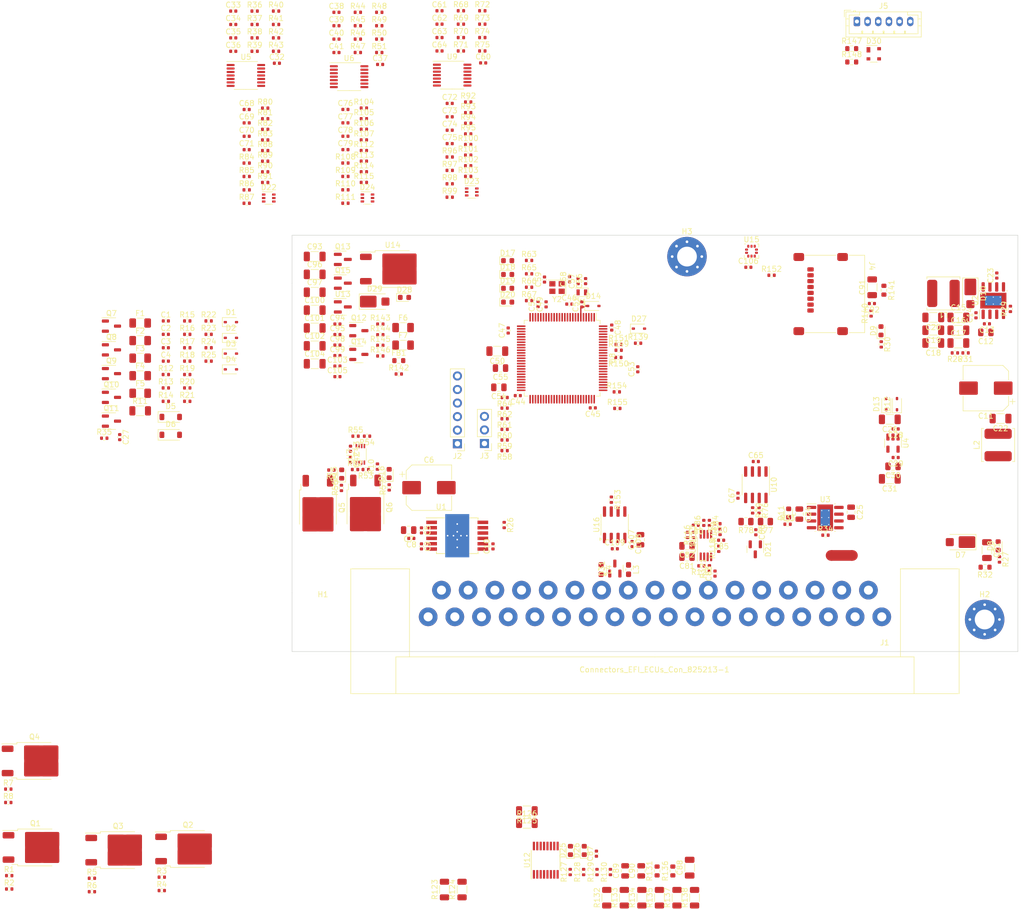
<source format=kicad_pcb>
(kicad_pcb (version 20240108) (generator "pcbnew") (generator_version "8.0")
  (layers (0 "F.Cu" signal) (1 "In1.Cu" signal) (2 "In2.Cu" signal) (31 "B.Cu" signal) (34 "B.Paste" user) (35 "F.Paste" user) (36 "B.SilkS" user "B.Silkscreen") (37 "F.SilkS" user "F.Silkscreen") (38 "B.Mask" user) (39 "F.Mask" user) (44 "Edge.Cuts" user))
  (net 0 "")
  (net 1 "/12V_RAW")
  (net 2 "GND")
  (net 3 "/3V3")
  (net 4 "/VBAT")
  (net 5 "Net-(D1-A)")
  (net 6 "Net-(D2-A)")
  (net 7 "/5VP")
  (net 8 "Net-(D9-K)")
  (net 9 "Net-(D10-K)")
  (net 10 "/MCU_module/3V3")
  (net 11 "/MCU_module/V33REF")
  (net 12 "GNDA")
  (net 13 "/MCU_module/V33A")
  (net 14 "/MCU_module/OSC_IN")
  (net 15 "/MCU_module/OSC_OUT")
  (net 16 "/MCU_module/OSC32_IN")
  (net 17 "/MCU_module/OSC32_OUT")
  (net 18 "/5VA")
  (net 19 "/TPS1")
  (net 20 "/TPS2")
  (net 21 "/VMAIN_UC")
  (net 22 "/CRANK_UC")
  (net 23 "/CAM_UC")
  (net 24 "/VSS_UC")
  (net 25 "/MCU_module/KNOCK")
  (net 26 "/MCU_module/input_protection_1/OUT1")
  (net 27 "/MCU_module/input_protection_1/OUT2")
  (net 28 "/MCU_module/input_protection_1/OUT3")
  (net 29 "/MCU_module/input_protection_1/OUT4")
  (net 30 "/MCU_module/input_protection_2/OUT1")
  (net 31 "/MCU_module/input_protection_2/OUT2")
  (net 32 "/MCU_module/input_protection_2/OUT3")
  (net 33 "/MCU_module/input_protection_2/OUT4")
  (net 34 "/MCU_module/input_protection_3/OUT1")
  (net 35 "/MCU_module/input_protection_3/OUT2")
  (net 36 "/MCU_module/input_protection_3/OUT3")
  (net 37 "/MCU_module/input_protection_3/OUT4")
  (net 38 "Net-(D3-A)")
  (net 39 "Net-(U11B-+)")
  (net 40 "/KNOCK_UC")
  (net 41 "Net-(D12-A)")
  (net 42 "/Knock/VREF")
  (net 43 "Net-(U12-IN1-)")
  (net 44 "Net-(U12-IN1+)")
  (net 45 "Net-(U12-IN2+)")
  (net 46 "Net-(U12-IN2-)")
  (net 47 "Net-(Q12-D)")
  (net 48 "/VIGN")
  (net 49 "/MAIN_RELAY_UC")
  (net 50 "Net-(D12-K)")
  (net 51 "/IGN2_UC")
  (net 52 "/IGN1_UC")
  (net 53 "Net-(D17-K)")
  (net 54 "Net-(D18-K)")
  (net 55 "Net-(D20-K)")
  (net 56 "/MCU_module/VBUS")
  (net 57 "/MCU_module/D-")
  (net 58 "/MCU_module/D+")
  (net 59 "Net-(D25-K)")
  (net 60 "Net-(D26-K)")
  (net 61 "Net-(Q7-D)")
  (net 62 "Net-(Q8-D)")
  (net 63 "Net-(Q9-D)")
  (net 64 "Net-(Q10-D)")
  (net 65 "/IGN14")
  (net 66 "/ETB2")
  (net 67 "/FAN_OUT")
  (net 68 "/INJ4")
  (net 69 "/Outputs/12V_PERM")
  (net 70 "/MIL")
  (net 71 "/VSS")
  (net 72 "/MAIN_RELAY")
  (net 73 "/PPS2_IN")
  (net 74 "/CANL")
  (net 75 "/CRANK-")
  (net 76 "Net-(U16-T-)")
  (net 77 "/CLT")
  (net 78 "/5V")
  (net 79 "/CANH")
  (net 80 "Net-(U16-T+)")
  (net 81 "/INJ1")
  (net 82 "/IGN23")
  (net 83 "/ETB1")
  (net 84 "/INJ3")
  (net 85 "/TACHO_OUT")
  (net 86 "/FPUMP_RELAY")
  (net 87 "/CAM-{slash}HALL")
  (net 88 "/CAM+")
  (net 89 "/MCU_module/USB/CC2")
  (net 90 "/PPS1_IN")
  (net 91 "/CRANK+")
  (net 92 "/KNOCK_IN")
  (net 93 "/MCU_module/USB/CC1")
  (net 94 "/IAT")
  (net 95 "/MAP")
  (net 96 "Net-(J3-Pin_1)")
  (net 97 "Net-(J3-Pin_2)")
  (net 98 "/INJ2")
  (net 99 "/MCU_module/SWO")
  (net 100 "/MCU_module/~{RESET}")
  (net 101 "/MCU_module/SWCLK")
  (net 102 "/MCU_module/SWDIO")
  (net 103 "Net-(Q1-G)")
  (net 104 "Net-(Q2-G)")
  (net 105 "Net-(Q3-G)")
  (net 106 "Net-(Q4-G)")
  (net 107 "Net-(Q5-G)")
  (net 108 "Net-(Q6-G)")
  (net 109 "Net-(Q7-G)")
  (net 110 "Net-(Q8-G)")
  (net 111 "Net-(Q9-G)")
  (net 112 "Net-(Q10-G)")
  (net 113 "/PWR_EN")
  (net 114 "/INJ1_UC")
  (net 115 "/INJ2_UC")
  (net 116 "/INJ3_UC")
  (net 117 "/INJ4_UC")
  (net 118 "/FPUMP_UC")
  (net 119 "/TACHO_UC")
  (net 120 "/MIL_UC")
  (net 121 "/FAN_UC")
  (net 122 "/ETB_DIS")
  (net 123 "Net-(U7-1A)")
  (net 124 "Net-(U7-2A)")
  (net 125 "/5VP_PG")
  (net 126 "/MCU_module/LED4")
  (net 127 "/MCU_module/LED3")
  (net 128 "Net-(U2-BOOT)")
  (net 129 "Net-(U2-EN)")
  (net 130 "/MCU_module/A22")
  (net 131 "/MCU_module/BOOT1")
  (net 132 "/MCU_module/SPI1_SCK")
  (net 133 "/MCU_module/BOOT0")
  (net 134 "Net-(U9A--)")
  (net 135 "Net-(U9B--)")
  (net 136 "Net-(U9C--)")
  (net 137 "Net-(U9D--)")
  (net 138 "Net-(U11A--)")
  (net 139 "/MCU_module/LED2")
  (net 140 "/MCU_module/LED1")
  (net 141 "/MCU_module/SPI1_CS1")
  (net 142 "/MCU_module/UART2_TX")
  (net 143 "/MCU_module/UART2_RX")
  (net 144 "/ETB_DIR")
  (net 146 "/ETB_PWM")
  (net 147 "/MCU_module/SPI1_MOSI")
  (net 150 "/MCU_module/I2C_SCL")
  (net 151 "/MCU_module/I2C_SDA")
  (net 152 "/MCU_module/CAN_RX")
  (net 153 "/MCU_module/CAN_TX")
  (net 154 "/MCU_module/SPI1_MISO")
  (net 157 "Net-(C21-Pad2)")
  (net 158 "Net-(U2-SS)")
  (net 159 "Net-(D13-A)")
  (net 160 "Net-(U8-VCAP_1)")
  (net 161 "Net-(U8-VCAP_2)")
  (net 162 "Net-(C66-Pad1)")
  (net 163 "Net-(C83-Pad2)")
  (net 164 "Net-(C85-Pad2)")
  (net 165 "Net-(C86-Pad2)")
  (net 166 "Net-(J4-VDD)")
  (net 167 "Net-(Q14-D)")
  (net 168 "Net-(D2-K)")
  (net 169 "Net-(D8-K)")
  (net 170 "Net-(D11-K)")
  (net 171 "Net-(D15-K)")
  (net 172 "Net-(D16-K)")
  (net 173 "Net-(D17-A)")
  (net 174 "Net-(D19-K)")
  (net 175 "Net-(D28-K)")
  (net 178 "Net-(Q11-G)")
  (net 179 "Net-(Q12-G)")
  (net 180 "Net-(Q14-G)")
  (net 181 "Net-(U2-FB)")
  (net 182 "Net-(U2-RT{slash}SYNC)")
  (net 183 "Net-(U5A--)")
  (net 184 "Net-(U5B--)")
  (net 185 "Net-(U5C--)")
  (net 186 "Net-(U5D--)")
  (net 187 "Net-(U6A--)")
  (net 188 "Net-(U6B--)")
  (net 189 "Net-(U6C--)")
  (net 190 "Net-(U6D--)")
  (net 191 "Net-(U10-CANH)")
  (net 192 "Net-(U10-CANL)")
  (net 193 "Net-(R118-Pad1)")
  (net 194 "Net-(R123-Pad1)")
  (net 195 "Net-(R125-Pad2)")
  (net 196 "Net-(R132-Pad2)")
  (net 197 "Net-(R134-Pad2)")
  (net 198 "Net-(R137-Pad2)")
  (net 222 "/EGT+")
  (net 223 "/EGT-")
  (net 224 "/MCU_module/SPI3_MISO")
  (net 229 "/MCU_module/IGN2S")
  (net 230 "/MCU_module/IGN1S")
  (net 231 "Net-(U8-PB3)")
  (net 232 "Net-(U8-PB5)")
  (net 233 "Net-(U8-PB6)")
  (net 234 "Net-(U16-SO)")
  (net 235 "Net-(U8-PA15)")
  (net 236 "/MCU_module/SPI3_CS")
  (net 237 "/MCU_module/SPI3_SCK")
  (net 238 "Net-(U8-PC10)")
  (footprint "Resistor_SMD:R_0402_1005Metric" (layer "F.Cu") (at 95.8 102.9 180)
    (property "Reference" "R53")
    (property "Value" "10")
  )
  (footprint "Diode_SMD:D_SOD-123" (layer "F.Cu") (at 59.265 93.05)
    (property "Reference" "D5")
    (property "Value" "MMSZ4688-TP")
  )
  (footprint "Capacitor_SMD:C_0402_1005Metric" (layer "F.Cu") (at 133.95 71.9)
    (property "Reference" "C46")
    (property "Value" "100nF")
  )
  (footprint "Resistor_SMD:R_0402_1005Metric" (layer "F.Cu") (at 214.55 119.75 -90)
    (property "Reference" "R27")
    (property "Value" "33k")
  )
  (footprint "Capacitor_SMD:C_0402_1005Metric" (layer "F.Cu") (at 79.16 26.77)
    (property "Reference" "C32")
    (property "Value" "100nF")
  )
  (footprint "Resistor_SMD:R_0402_1005Metric" (layer "F.Cu") (at 62.36 85.1)
    (property "Reference" "R19")
    (property "Value" "68k")
  )
  (footprint "Capacitor_SMD:C_1206_3216Metric" (layer "F.Cu") (at 194 93.5 180)
    (property "Reference" "C26")
    (property "Value" "10uF")
  )
  (footprint "Fuse:Fuse_1206_3216Metric" (layer "F.Cu") (at 53.54 82.03)
    (property "Reference" "F3")
    (property "Value" "350 mA")
  )
  (footprint "Resistor_SMD:R_1206_3216Metric" (layer "F.Cu") (at 150.84 183.13 90)
    (property "Reference" "R135")
    (property "Value" "10k")
  )
  (footprint "Inductor_SMD:L_TDK_VLS6045EX_VLS6045AF" (layer "F.Cu") (at 214.3 98.3 90)
    (property "Reference" "L2")
    (property "Value" "3,3uH")
  )
  (footprint "Resistor_SMD:R_0402_1005Metric" (layer "F.Cu") (at 126.41 66.23)
    (property "Reference" "R65")
    (property "Value" "1k")
  )
  (footprint "Capacitor_SMD:C_0805_2012Metric" (layer "F.Cu") (at 144.41 178.1 90)
    (property "Reference" "C89")
    (property "Value" "1nF")
  )
  (footprint "Capacitor_SMD:C_0402_1005Metric" (layer "F.Cu") (at 157.65 113.35 180)
    (property "Reference" "C80")
    (property "Value" "100nF")
  )
  (footprint "Capacitor_SMD:C_0402_1005Metric" (layer "F.Cu") (at 70.98 24.53)
    (property "Reference" "C36")
    (property "Value" "390pF")
  )
  (footprint "Resistor_SMD:R_0402_1005Metric" (layer "F.Cu") (at 95.46 35.17)
    (property "Reference" "R104")
    (property "Value" "680k")
  )
  (footprint "Resistor_SMD:R_0402_1005Metric" (layer "F.Cu") (at 62.36 87.61)
    (property "Reference" "R20")
    (property "Value" "33k")
  )
  (footprint "Resistor_SMD:R_0603_1608Metric" (layer "F.Cu") (at 192.9 69.3 -90)
    (property "Reference" "R141")
    (property "Value" "1R")
  )
  (footprint "MountingHole:MountingHole_3.7mm" (layer "F.Cu") (at 87.775 131)
    (property "Reference" "H1")
    (property "Value" "MountingHole")
  )
  (footprint "MountingHole:MountingHole_3.7mm_Pad_Via" (layer "F.Cu") (at 211.775 131)
    (property "Reference" "H2")
    (property "Value" "MountingHole_Pad")
  )
  (footprint "Capacitor_SMD:C_1206_3216Metric" (layer "F.Cu") (at 202.15 74.4 180)
    (property "Reference" "C20")
    (property "Value" "10uF")
  )
  (footprint "Resistor_SMD:R_0402_1005Metric" (layer "F.Cu") (at 92 50.49)
    (property "Reference" "R110")
    (property "Value" "4k7")
  )
  (footprint "Capacitor_SMD:C_0402_1005Metric" (layer "F.Cu") (at 90.5 83.52)
    (property "Reference" "C103")
    (property "Value" "100nF")
  )
  (footprint "footprints:MEM2067-02-180-00-A" (layer "F.Cu") (at 179.15 69.25 -90)
    (property "Reference" "J4")
    (property "Value" "MEM2067-02-180-00-A")
  )
  (footprint "Resistor_SMD:R_0402_1005Metric" (layer "F.Cu") (at 57.59 179.28)
    (property "Reference" "R3")
    (property "Value" "330")
  )
  (footprint "Resistor_SMD:R_0402_1005Metric" (layer "F.Cu") (at 98.54 79.63)
    (property "Reference" "R145")
    (property "Value" "10k")
  )
  (footprint "LED_SMD:LED_0603_1608Metric" (layer "F.Cu") (at 122.4 66.35)
    (property "Reference" "D18")
    (property "Value" "LED")
  )
  (footprint "Package_TO_SOT_SMD:SOT-23-3" (layer "F.Cu") (at 48.16 80.48)
    (property "Reference" "Q8")
    (property "Value" "PJA3460")
  )
  (footprint "Connector_JST:JST_PH_B6B-PH-K_1x06_P2.00mm_Vertical" (layer "F.Cu") (at 187.84 18.95)
    (property "Reference" "J5")
    (property "Value" "Conn_01x06_Pin")
  )
  (footprint "Capacitor_SMD:C_1206_3216Metric" (layer "F.Cu") (at 156.5 177.5 90)
    (property "Reference" "C88")
    (property "Value" "10uF")
  )
  (footprint "Capacitor_SMD:C_0402_1005Metric" (layer "F.Cu") (at 129.6 71.95 90)
    (property "Reference" "C49")
    (property "Value" "100nF")
  )
  (footprint "Resistor_SMD:R_0402_1005Metric" (layer "F.Cu") (at 92 47.98)
    (property "Reference" "R109")
    (property "Value" "4k7")
  )
  (footprint "Capacitor_SMD:C_0805_2012Metric" (layer "F.Cu") (at 147.42 178.1 90)
    (property "Reference" "C90")
    (property "Value" "1nF")
  )
  (footprint "Resistor_SMD:R_0603_1608Metric" (layer "F.Cu") (at 211.85 121.2 180)
    (property "Reference" "R32")
    (property "Value" "1R")
  )
  (footprint "Resistor_SMD:R_0402_1005Metric" (layer "F.Cu") (at 74.99 17)
    (property "Reference" "R36")
    (property "Value" "2k7")
  )
  (footprint "Resistor_SMD:R_0402_1005Metric" (layer "F.Cu") (at 58.35 85.1)
    (property "Reference" "R12")
    (property "Value" "330")
  )
  (footprint "Capacitor_SMD:C_0402_1005Metric" (layer "F.Cu") (at 70.98 19.51)
    (property "Reference" "C34")
    (property "Value" "390pF")
  )
  (footprint "Resistor_SMD:R_0402_1005Metric" (layer "F.Cu") (at 95.46 49.1)
    (property "Reference" "R115")
    (property "Value" "680k")
  )
  (footprint "Capacitor_SMD:C_1206_3216Metric" (layer "F.Cu") (at 86.24 62.98)
    (property "Reference" "C93")
    (property "Value" "10uF")
  )
  (footprint "Resistor_SMD:R_0402_1005Metric" (layer "F.Cu") (at 94.33 19.74)
    (property "Reference" "R45")
    (property "Value" "2k7")
  )
  (footprint "Capacitor_SMD:C_0805_2012Metric" (layer "F.Cu") (at 177.05 111.25 -90)
    (property "Reference" "C24")
    (property "Value" "1uF")
  )
  (footprint "Package_TO_SOT_SMD:SOT-23-3" (layer "F.Cu") (at 94.51 81.33)
    (property "Reference" "Q14")
    (property "Value" "DMG2307LQ-7")
  )
  (footprint "Package_SO:TSSOP-14_4.4x5mm_P0.65mm" (layer "F.Cu") (at 112 29)
    (property "Reference" "U9")
    (property "Value" "TLV9064")
  )
  (footprint "Resistor_SMD:R_0402_1005Metric" (layer "F.Cu") (at 73.5 50.5)
    (property "Reference" "R86")
    (property "Value" "4k7")
  )
  (footprint "Resistor_SMD:R_0402_1005Metric" (layer "F.Cu") (at 134.12 178.32 90)
    (property "Reference" "R127")
    (property "Value" "10k")
  )
  (footprint "Resistor_SMD:R_0402_1005Metric" (layer "F.Cu") (at 168.3 110.55 -90)
    (property "Reference" "R79")
    (property "Value" "10")
  )
  (footprint "Capacitor_SMD:C_0402_1005Metric" (layer "F.Cu") (at 195.1 95.3 180)
    (property "Reference" "C28")
    (property "Value" "100nF")
  )
  (footprint "Capacitor_SMD:C_0805_2012Metric" (layer "F.Cu") (at 120.75 87.5 180)
    (property "Reference" "C54")
    (property "Value" "2.2uF")
  )
  (footprint "Capacitor_SMD:C_0402_1005Metric" (layer "F.Cu") (at 90.32 19.74)
    (property "Reference" "C39")
    (property "Value" "390pF")
  )
  (footprint "Resistor_SMD:R_1206_3216Metric" (layer "F.Cu") (at 144.26 183.13 90)
    (property "Reference" "R133")
    (property "Value" "10k")
  )
  (footprint "Capacitor_SMD:C_0402_1005Metric" (layer "F.Cu") (at 92.95 99 -90)
    (property "Reference" "C43")
    (property "Value" "100nF")
  )
  (footprint "Capacitor_SMD:C_0402_1005Metric" (layer "F.Cu") (at 104.35 115.8 180)
    (property "Reference" "C8")
    (property "Value" "100nF")
  )
  (footprint "Capacitor_SMD:C_0402_1005Metric" (layer "F.Cu") (at 73.5 37.95)
    (property "Reference" "C69")
    (property "Value" "10nF")
  )
  (footprint "Resistor_SMD:R_0402_1005Metric" (layer "F.Cu") (at 126.41 68.74)
    (property "Reference" "R66")
    (property "Value" "1k")
  )
  (footprint "Resistor_SMD:R_0402_1005Metric" (layer "F.Cu") (at 126.41 63.72)
    (property "Reference" "R63")
    (property "Value" "1k")
  )
  (footprint "Resistor_SMD:R_0402_1005Metric" (layer "F.Cu") (at 117.65 21.96)
    (property "Reference" "R74")
    (property "Value" "2k7")
  )
  (footprint "Resistor_SMD:R_0402_1005Metric" (layer "F.Cu") (at 62.36 77.57)
    (property "Reference" "R16")
    (property "Value" "68k")
  )
  (footprint "Resistor_SMD:R_0402_1005Metric" (layer "F.Cu") (at 162.2 114.6 90)
    (property "Reference" "R119")
    (property "Value" "100k")
  )
  (footprint "Resistor_SMD:R_0402_1005Metric" (layer "F.Cu") (at 66.37 75.06)
    (property "Reference" "R22")
    (property "Value" "33k")
  )
  (footprint "Resistor_SMD:R_0402_1005Metric" (layer "F.Cu") (at 76.96 45.13)
    (property "Reference" "R89")
    (property "Value" "680k")
  )
  (footprint "Resistor_SMD:R_1206_3216Metric" (layer "F.Cu") (at 126 169.2)
    (property "Reference" "R126")
    (property "Value" "10k")
  )
  (footprint "Capacitor_SMD:C_0402_1005Metric" (layer "F.Cu") (at 90.5 85.49)
    (property "Reference" "C105")
    (property "Value" "100nF")
  )
  (footprint "Resistor_SMD:R_0402_1005Metric" (layer "F.Cu") (at 95.46 45.12)
    (property "Reference" "R113")
    (property "Value" "680k")
  )
  (footprint "Resistor_SMD:R_1206_3216Metric" (layer "F.Cu") (at 126 166.85 180)
    (property "Reference" "R125")
    (property "Value" "10k")
  )
  (footprint "Capacitor_SMD:C_1206_3216Metric" (layer "F.Cu") (at 86.24 76.38)
    (property "Reference" "C101")
    (property "Value" "10uF")
  )
  (footprint "Capacitor_SMD:C_0402_1005Metric" (layer "F.Cu") (at 168.9 101.4)
    (property "Reference" "C65")
    (property "Value" "100nF")
  )
  (footprint "Capacitor_SMD:C_0402_1005Metric" (layer "F.Cu") (at 122.5 76.85 90)
    (property "Reference" "C47")
    (property "Value" "100nF")
  )
  (footprint "Capacitor_SMD:C_0402_1005Metric" (layer "F.Cu") (at 128.1 71.9 90)
    (property "Reference" "C52")
    (property "Value" "100nF")
  )
  (footprint "Resistor_SMD:R_0402_1005Metric" (layer "F.Cu") (at 74.99 22.02)
    (property "Reference" "R38")
    (property "Value" "2k7")
  )
  (footprint "Resistor_SMD:R_0402_1005Metric" (layer "F.Cu") (at 192.4 79.45 -90)
    (property "Reference" "R30")
    (property "Value" "10k")
  )
  (footprint "Resistor_SMD:R_0402_1005Metric" (layer "F.Cu") (at 136.63 178.32 90)
    (property "Reference" "R128")
    (property "Value" "10k")
  )
  (footprint "Resistor_SMD:R_0402_1005Metric" (layer "F.Cu") (at 73.5 45.48)
    (property "Reference" "R84")
    (property "Value" "4k7")
  )
  (footprint "Resistor_SMD:R_0603_1608Metric" (layer "F.Cu") (at 102 82.49)
    (property "Reference" "FB1")
    (property "Value" "600 ohm 500mA")
  )
  (footprint "Resistor_SMD:R_0402_1005Metric" (layer "F.Cu") (at 66.37 80.08)
    (property "Reference" "R24")
    (property "Value" "100k")
  )
  (footprint "Capacitor_SMD:C_0402_1005Metric" (layer "F.Cu") (at 90.32 17.23)
    (property "Reference" "C38")
    (property "Value" "390pF")
  )
  (footprint "Capacitor_SMD:C_0402_1005Metric" (layer "F.Cu") (at 135.6 67.6 90)
    (property "Reference" "C57")
    (property "Value" "15pF")
  )
  (footprint "Capacitor_SMD:C_0402_1005Metric" (layer "F.Cu") (at 134 67.25 90)
    (property "Reference" "C58")
    (property "Value" "6pF")
  )
  (footprint "Capacitor_SMD:C_0402_1005Metric" (layer "F.Cu") (at 165.55 107.8 90)
    (property "Reference" "C67")
    (property "Value" "100nF")
  )
  (footprint "Capacitor_SMD:C_0402_1005Metric" (layer "F.Cu") (at 106.25 117.3 -90)
    (property "Reference" "C9")
    (property "Value" "10nF")
  )
  (footprint "Capacitor_SMD:C_0805_2012Metric" (layer "F.Cu") (at 156 117.2 180)
    (property "Reference" "C82")
    (property "Value" "2.2uF")
  )
  (footprint "Capacitor_SMD:C_0402_1005Metric" (layer "F.Cu") (at 49.71 96.83 -90)
    (property "Reference" "C27")
    (property "Value" "100nF")
  )
  (footprint "Capacitor_SMD:C_1206_3216Metric" (layer "F.Cu") (at 190.7 68.75 90)
    (property "Reference" "C91")
    (property "Value" "10uF")
  )
  (footprint "Resistor_SMD:R_0402_1005Metric" (layer "F.Cu") (at 121.83 89.405 180)
    (property "Reference" "R64")
    (property "Value" "0R")
  )
  (footprint "Diode_SMD:D_SOD-323" (layer "F.Cu") (at 195.35 90.65 90)
    (property "Reference" "D12")
    (property "Value" "1N4148WS")
  )
  (footprint "Resistor_SMD:R_0402_1005Metric" (layer "F.Cu") (at 76.96 49.11)
    (property "Reference" "R91")
    (property "Value" "680k")
  )
  (footprint "Fuse:Fuse_1206_3216Metric" (layer "F.Cu") (at 102.8 79.59)
    (property "Reference" "F7")
    (property "Value" "350 mA")
  )
  (footprint "Capacitor_SMD:CP_Elec_8x10" (layer "F.Cu") (at 107.65 106.3)
    (property "Reference" "C6")
    (property "Value" "100uF")
  )
  (footprint "Package_TO_SOT_SMD:SOT-143" (layer "F.Cu") (at 191 25)
    (property "Reference" "D30")
    (property "Value" "PRTR5V0U2X")
  )
  (footprint "Resistor_SMD:R_0402_1005Metric" (layer "F.Cu") (at 121.83 95.375 180)
    (property "Reference" "R60")
    (property "Value" "100")
  )
  (footprint "Resistor_SMD:R_1206_3216Metric" (layer "F.Cu") (at 53.54 91.9)
    (property "Reference" "R11")
    (property "Value" "10k")
  )
  (footprint "Package_TO_SOT_SMD:SOT-23" (layer "F.Cu") (at 91.51 67.98)
    (property "Reference" "Q15")
    (property "Value" "RUC002N05HZGT116")
  )
  (footprint "Resistor_SMD:R_0402_1005Metric" (layer "F.Cu") (at 160.2 121.4 90)
    (property "Reference" "R121")
    (property "Value" "100k")
  )
  (footprint "Resistor_SMD:R_0402_1005Metric" (layer "F.Cu") (at 98.34 24.76)
    (property "Reference" "R51")
    (property "Value" "2k7")
  )
  (footprint "Capacitor_SMD:C_0402_1005Metric" (layer "F.Cu") (at 137 67.6 90)
    (property "Reference" "C56")
    (property "Value" "15pF")
  )
  (footprint "Resistor_SMD:R_0402_1005Metric" (layer "F.Cu") (at 79 24.53)
    (property "Reference" "R43")
    (property "Value" "2k7")
  )
  (footprint "Resistor_SMD:R_0402_1005Metric" (layer "F.Cu") (at 95.46 41.14)
    (property "Reference" "R107")
    (property "Value" "680k")
  )
  (footprint "Diode_SMD:Vishay_SMPA" (layer "F.Cu") (at 207.25 116.5 180)
    (property "Reference" "D7")
    (property "Value" "V3P6HM3_A/H")
  )
  (footprint "Capacitor_SMD:C_0402_1005Metric" (layer "F.Cu") (at 168.9 114.65 -90)
    (property "Reference" "C66")
    (property "Value" "4.7nF")
  )
  (footprint "Resistor_SMD:R_0402_1005Metric" (layer "F.Cu") (at 58.35 87.61)
    (property "Reference" "R13")
    (property "Value" "330")
  )
  (footprint "Package_SO:SOIC-8_3.9x4.9mm_P1.27mm" (layer "F.Cu") (at 168.9 105.75 -90)
    (property "Reference" "U10")
    (property "Value" "TJA1051T/3/2Z")
  )
  (footprint "Diode_SMD:D_SOD-323" (layer "F.Cu") (at 70.545 81.18)
    (property "Reference" "D3")
    (property "Value" "NSVRB751V40T1G")
  )
  (footprint "Resistor_SMD:R_0402_1005Metric" (layer "F.Cu") (at 141.65 178.32 90)
    (property "Reference" "R130")
    (property "Value" "10k")
  )
  (footprint "Fuse:Fuse_1206_3216Metric" (layer "F.Cu") (at 102.8 76.3)
    (property "Reference" "F6")
    (property "Value" "350 mA")
  )
  (footprint "Package_TO_SOT_SMD:SOT-23-5" (layer "F.Cu") (at 194.6 97.95 -90)
    (property "Reference" "U4")
    (property "Value" "TPS7B6933QDBVRQ1")
  )
  (footprint "Diode_SMD:D_SOD-323" (layer "F.Cu") (at 70.545 78.23)
    (property "Reference" "D2")
    (property "Value" "NSVRB751V40T1G")
  )
  (footprint "Resistor_SMD:R_0402_1005Metric" (layer "F.Cu") (at 115 47.97)
    (property "Reference" "R103")
    (property "Value" "680k")
  )
  (footprint "Resistor_SMD:R_0402_1005Metric" (layer "F.Cu") (at 115 45.98)
    (property "Reference" "R102")
    (property "Value" "680k")
  )
  (footprint "Resistor_SMD:R_0402_1005Metric" (layer "F.Cu") (at 113.64 24.47)
    (property "Reference" "R71")
    (property "Value" "2k7")
  )
  (footprint "LED_SMD:LED_0603_1608Metric" (layer "F.Cu") (at 192.35 76.9 90)
    (property "Reference" "D9")
    (property "Value" "LED")
  )
  (footprint "Resistor_SMD:R_0402_1005Metric" (layer "F.Cu") (at 94.33 17.23)
    (property "Reference" "R44")
    (property "Value" "2k7")
  )
  (footprint "Package_TO_SOT_SMD:SOT-23-3" (layer "F.Cu") (at 48.16 84.93)
    (property "Reference" "Q9")
    (property "Value" "PJA3460")
  )
  (footprint "Resistor_SMD:R_0603_1608Metric" (layer "F.Cu") (at 150.4 178.12 90)
    (property "Reference" "R131")
    (property "Value" "5k1")
  )
  (footprint "Resistor_SMD:R_0402_1005Metric" (layer "F.Cu") (at 208.2 81.05 180)
    (property "Reference" "R31")
    (property "Value" "12k")
  )
  (footprint "Capacitor_SMD:C_0805_2012Metric" (layer "F.Cu") (at 103.85 114.25 180)
    (property "Reference" "C7")
    (property "Value" "1uF")
  )
  (footprint "Capacitor_SMD:C_0402_1005Metric" (layer "F.Cu") (at 90.5 75.64)
    (property "Reference" "C94")
    (property "Value" "100nF")
  )
  (footprint "Package_TO_SOT_SMD:SOT-23-3" (layer "F.Cu") (at 94.51 76.88)
    (property "Reference" "Q12")
    (property "Value" "DMG2307LQ-7")
  )
  (footprint "Capacitor_SMD:C_1206_3216Metric" (layer "F.Cu") (at 120.46 80.715 180)
    (property "Reference" "C50")
    (property "Value" "10uF")
  )
  (footprint "Crystal:Crystal_SMD_2520-4Pin_2.5x2.0mm" (layer "F.Cu") (at 131.65 68.8 180)
    (property "Reference" "Y2")
    (property "Value" "20MHz")
  )
  (footprint "LED_SMD:LED_0603_1608Metric" (layer "F.Cu") (at 122.4 71.53)
    (property "Reference" "D20")
    (property "Value" "LED")
  )
  (footprint "Resistor_SMD:R_1206_3216Metric" (layer "F.Cu") (at 140.97 183.13 90)
    (property "Reference" "R132")
    (property "Value" "10k")
  )
  (footprint "LED_SMD:LED_0603_1608Metric" (layer "F.Cu") (at 214.3 117.2 90)
    (property "Reference" "D8")
    (property "Value" "LED")
  )
  (footprint "Resistor_SMD:R_0402_1005Metric" (layer "F.Cu") (at 158.7 120.95 180)
    (property "Reference" "R122")
    (property "Value" "470k")
  )
  (footprint "Package_TO_SOT_SMD:TO-252-2" (layer "F.Cu") (at 62.5 174)
    (property "Reference" "Q2")
    (property "Value" "VND14NV04TR-E")
  )
  (footprint "Resistor_SMD:R_0402_1005Metric" (layer "F.Cu") (at 113.64 19.45)
    (property "Reference" "R69")
    (property "Value" "2k7")
  )
  (footprint "Capacitor_SMD:C_0402_1005Metric" (layer "F.Cu") (at 92 42.96)
    (property "Reference" "C79")
    (property "Value" "10nF")
  )
  (footprint "Resistor_SMD:R_0402_1005Metric" (layer "F.Cu") (at 93.8 102.9)
    (property "Reference" "R52")
    (property "Value" "10")
  )
  (footprint "Capacitor_SMD:C_0402_1005Metric" (layer "F.Cu") (at 142.48 117.75)
    (property "Reference" "C109")
    (property "Value" "10nF")
  )
  (footprint "Resistor_SMD:R_0402_1005Metric" (layer "F.Cu") (at 115 43.99)
    (property "Reference" "R101")
    (property "Value" "680k")
  )
  (footprint "Resistor_SMD:R_0603_1608Metric" (layer "F.Cu") (at 153.35 178.12 90)
    (property "Reference" "R136")
    (property "Value" "5k1")
  )
  (footprint "LED_SMD:LED_0603_1608Metric" (layer "F.Cu") (at 122.4 63.76)
    (property "Reference" "D17")
    (property "Value" "LED")
  )
  (footprint "Capacitor_SMD:C_0805_2012Metric" (layer "F.Cu") (at 121.06 83.895 180)
    (property "Reference" "C55")
    (property "Value" "2.2uF")
  )
  (footprint "Resistor_SMD:R_0402_1005Metric" (layer "F.Cu") (at 117.65 19.45)
    (property "Reference" "R73")
    (property "Value" "2k7")
  )
  (footprint "Resistor_SMD:R_0402_1005Metric" (layer "F.Cu") (at 92 45.47)
    (property "Reference" "R108")
    (property "Value" "4k7")
  )
  (footprint "Resistor_SMD:R_0402_1005Metric" (layer "F.Cu") (at 62.36 82.59)
    (property "Reference" "R18")
    (property "Value" "68k")
  )
  (footprint "Capacitor_SMD:C_0805_2012Metric" (layer "F.Cu") (at 212 77.2 180)
    (property "Reference" "C12")
    (property "Value" "1uF")
  )
  (footprint "Resistor_SMD:R_0402_1005Metric" (layer "F.Cu") (at 156.1 115.15 -90)
    (property "Reference" "R117")
    (property "Value" "330")
  )
  (footprint "Resistor_SMD:R_0402_1005Metric" (layer "F.Cu") (at 102 85)
    (property "Reference" "R142")
    (property "Value" "10k")
  )
  (footprint "Resistor_SMD:R_0603_1608Metric" (layer "F.Cu") (at 186.87 26.54)
    (property "Reference" "R148")
    (property "Value" "5k1")
  )
  (footprint "Fuse:Fuse_1206_3216Metric" (layer "F.Cu") (at 53.54 88.61)
    (property "Reference" "F5")
    (property "Value" "350 mA")
  )
  (footprint "rusefi_lib:825213-1_FIAT" (layer "F.Cu") (at 150 138 180)
    (property "Reference" "J1")
    (property "Value" "Connectors_EFI_ECUs_Con_825213-1")
  )
  (footprint "Capacitor_SMD:C_0402_1005Metric" (layer "F.Cu") (at 139.03 174.88 90)
    (property "Reference" "C87")
    (property "Value" "100nF")
  )
  (footprint "Package_TO_SOT_SMD:SOT-23" (layer "F.Cu") (at 91.51 63.53)
    (property "Reference" "Q13")
    (property "Value" "RUC002N05HZGT116")
  )
  (footprint "Capacitor_SMD:C_0402_1005Metric" (layer "F.Cu") (at 145.73 116.85 -90)
    (property "Reference" "C108")
    (property "Value" "100nF")
  )
  (footprint "Package_SO:Texas_R-PDSO-G8_EP2.95x4.9mm_Mask2.4x3.1mm_ThermalVias" (layer "F.Cu") (at 181.9 111.9)
    (property "Reference" "U3")
    (property "Value" "TLS115")
  )
  (footprint "LED_SMD:LED_0603_1608Metric" (layer "F.Cu") (at 91.3 103.75 90)
    (property "Reference" "D15")
    (property "Value" "LED")
  )
  (footprint "Capacitor_SMD:C_0402_1005Metric" (layer "F.Cu") (at 160.2 112.9 -90)
    (property "Reference" "C84")
    (property "Value" "47pF")
  )
  (footprint "Resistor_SMD:R_0402_1005Metric" (layer "F.Cu") (at 76.96 47.12)
    (property "Reference" "R90")
    (property "Value" "680k")
  )
  (footprint "Resistor_SMD:R_0402_1005Metric" (layer "F.Cu") (at 113.64 21.96)
    (property "Reference" "R70")
    (property "Value" "2k7")
  )
  (footprint "Capacitor_SMD:C_0402_1005Metric" (layer "F.Cu") (at 92.95 101.1 -90)
    (property "Reference" "C42")
    (property "Value" "100nF")
  )
  (footprint "Package_TO_SOT_SMD:SOT-23" (layer "F.Cu") (at 168.8 117.85 -90)
    (property "Reference" "D21")
    (property "Value" "SZNUP2105L")
  )
  (footprint "Resistor_SMD:R_0402_1005Metric" (layer "F.Cu") (at 93.9 96.65)
    (property "Reference" "R55")
    (property "Value" "10k")
  )
  (footprint "Capacitor_SMD:C_0402_1005Metric" (layer "F.Cu") (at 109.63 19.45)
    (property "Reference" "C62")
    (property "Value" "390pF")
  )
  (footprint "Resistor_SMD:R_1206_3216Metric" (layer "F.Cu") (at 147.55 183.13 90)
    (property "Reference" "R134")
    (property "Value" "10k")
  )
  (footprint "Capacitor_SMD:C_0402_1005Metric" (layer "F.Cu") (at 98.5 27)
    (property "Reference" "C37")
    (property "Value" "100nF")
  )
  (footprint "Resistor_SMD:R_0402_1005Metric" (layer "F.Cu") (at 111.54 51.87)
    (property "Reference" "R99")
    (property "Value" "4k7")
  )
  (footprint "Resistor_SMD:R_0402_1005Metric" (layer "F.Cu") (at 98 102.35 90)
    (property "Reference" "R10")
    (property "Value" "1k")
  )
  (footprint "Diode_SMD:D_SOD-323" (layer "F.Cu") (at 70.545 75.28)
    (property "Reference" "D1")
    (property "Value" "NSVRB751V40T1G")
  )
  (footprint "Capacitor_SMD:C_0402_1005Metric" (layer "F.Cu") (at 90.5 81.55)
    (property "Reference" "C99")
    (property "Value" "100nF")
  )
  (footprint "Diode_SMD:D_SOD-123" (layer "F.Cu") (at 59.265 96.4)
    (property "Reference" "D6")
    (property "Value" "MMSZ4688-TP")
  )
  (footprint "Resistor_SMD:R_1206_3216Metric" (layer "F.Cu") (at 157.42 183.13 90)
    (property "Reference" "R138")
    (property "Value" "10k")
  )
  (footprint "Resistor_SMD:R_0402_1005Metric" (layer "F.Cu") (at 66.37 82.59)
    (property "Reference" "R25")
    (property "Value" "68k")
  )
  (footprint "Capacitor_SMD:C_0402_1005Metric" (layer "F.Cu") (at 162.4 116.15 180)
    (property "Reference" "C85")
    (property "Value" "680pF")
  )
  (footprint "Capacitor_SMD:C_0402_1005Metric" (layer "F.Cu") (at 119.65 117.3 90)
    (property "Reference" "C10")
    (property "Value" "10nF")
  )
  (footprint "Resistor_SMD:R_0402_1005Metric" (layer "F.Cu") (at 121.75 113.3 -90)
    (property "Reference" "R26")
    (property "Value" "4k7")
  )
  (footprint "Resistor_SMD:R_0402_1005Metric" (layer "F.Cu") (at 161.7 113.05 180)
    (property "Reference" "R120")
    (property "Value" "33k")
  )
  (footprint "Diode_SMD:D_SOD-323" (layer "F.Cu") (at 193.35 90.65 90)
    (property "Reference" "D13")
    (property "Value" "1N4148WS")
  )
  (footprint "Resistor_SMD:R_0402_1005Metric" (layer "F.Cu") (at 76.96 39.16)
    (property "Reference" "R82")
    (property "Value" "680k")
  )
  (footprint "Resistor_SMD:R_0402_1005Metric" (layer "F.Cu") (at 66.37 77.57)
    (property "Reference" "R23")
    (property "Value" "330")
  )
  (footprint "Capacitor_SMD:C_0402_1005Metric" (layer "F.Cu") (at 214.05 66.55 90)
    (property "Reference" "C23")
    (property "Value" "10nF")
  )
  (footprint "Package_TO_SOT_SMD:TO-252-2" (layer "F.Cu") (at 33.91 173.71)
    (property "Reference" "Q1")
    (property "Value" "VND14NV04TR-E")
  )
  (footprint "Capacitor_SMD:C_1206_3216Metric" (layer "F.Cu") (at 86.24 73.03)
    (property "Reference" "C100")
    (property "Value" "10uF")
  )
  (footprint "Capacitor_SMD:C_1206_3216Metric" (layer "F.Cu") (at 86.24 69.68)
    (property "Reference" "C97")
    (property "Value" "10uF")
  )
  (footprint "MountingHole:MountingHole_3.7mm_Pad_Via" (layer "F.Cu") (at 156 63)
    (property "Reference" "H3")
    (property "Value" "MountingHole_Pad")
  )
  (footprint "Resistor_SMD:R_0402_1005Metric" (layer "F.Cu") (at 73.5 53.01)
    (property "Reference" "R87")
    (property "Value" "4k7")
  )
  (footprint "Resistor_SMD:R_0402_1005Metric" (layer "F.Cu") (at 169.5 110.55 -90)
    (property "Reference" "R76")
    (property "Value" "10")
  )
  (footprint "Resistor_SMD:R_0402_1005Metric" (layer "F.Cu") (at 74.99 24.53)
    (property "Reference" "R39")
    (property "Value" "2k7")
  )
  (footprint "Resistor_SMD:R_0402_1005Metric" (layer "F.Cu") (at 29 178.99)
    (property "Reference" "R1")
    (property "Value" "330")
  )
  (footprint "Resistor_SMD:R_0402_1005Metric" (layer "F.Cu") (at 126.41 71.25)
    (property "Reference" "R67")
    (property "Value" "1k")
  )
  (footprint "Capacitor_SMD:C_0402_1005Metric" (layer "F.Cu") (at 212.2 75.6 180)
    (property "Reference" "C13")
    (property "Value" "100nF")
  )
  (footprint "Capacitor_SMD:C_0402_1005Metric" (layer "F.Cu") (at 111.54 39.32)
    (property "Reference" "C74")
    (property "Value" "10nF")
  )
  (footprint "Resistor_SMD:R_0402_1005Metric" (layer "F.Cu") (at 111.54 46.85)
    (property "Reference" "R97")
    (property "Value" "4k7")
  )
  (footprint "Capacitor_SMD:C_0402_1005Metric" (layer "F.Cu") (at 58.35 77.57)
    (property "Reference" "C2")
    (property "Value" "10nF")
  )
  (footprint "Resistor_SMD:R_0402_1005Metric" (layer "F.Cu") (at 62.36 80.08)
    (property "Reference" "R17")
    (property "Value" "68k")
  )
  (footprint "Resistor_SMD:R_0402_1005Metric" (layer "F.Cu") (at 91.25 106.35 90)
    (property "Reference" "R56")
    (property "Value" "1k")
  )
  (footprint "Capacitor_SMD:C_0402_1005Metric" (layer "F.Cu") (at 58.35 80.08)
    (property "Reference" "C3")
    (property "Value" "10nF")
  )
  (footprint "Package_TO_SOT_SMD:TO-252-2" (layer "F.Cu") (at 86.85 110.04 -90)
    (property "Reference" "Q5")
    (property "Value" "RGPR30BM40HRTL")
  )
  (footprint "Capacitor_SMD:C_0402_1005Metric" (layer "F.Cu") (at 190.65 71.8 180)
    (property "Reference" "C92")
    (property "Value" "100nF")
  )
  (footprint "Capacitor_SMD:C_0402_1005Metric" (layer "F.Cu") (at 141.9 76.3 -90)
    (property "Reference" "C48")
    (property "Value" "100nF")
  )
  (footprint "Resistor_SMD:R_0402_1005Metric" (layer "F.Cu") (at 76.96 35.18)
    (property "Reference" "R80")
    (property "Value" "680k")
  )
  (footprint "Resistor_SMD:R_0402_1005Metric" (layer "F.Cu") (at 98.34 19.74)
    (property "Reference" "R49")
    (property "Value" "2k7")
  )
  (footprint "Capacitor_SMD:C_0402_1005Metric" (layer "F.Cu") (at 92 37.94)
    (property "Reference" "C77")
    (property "Value" "10nF")
  )
  (footprint "Resistor_SMD:R_0402_1005Metric" (layer "F.Cu") (at 171.85 66.5)
    (property "Reference" "R152")
    (property "Value" "22")
  )
  (footprint "Capacitor_SMD:C_0402_1005Metric" (layer "F.Cu") (at 111.54 41.83)
    (property "Reference" "C75")
    (property "Value" "10nF")
  )
  (footprint "Diode_SMD:D_SOD-323" (layer "F.Cu") (at 147 76.5)
    (property "Reference" "D27")
    (property "Value" "1N4148WS")
  )
  (footprint "Resistor_SMD:R_0402_1005Metric" (layer "F.Cu") (at 98.54 77.64)
    (property "Reference" "R144")
    (property "Value" "10k")
  )
  (footprint "Resistor_SMD:R_0402_1005Metric" (layer "F.Cu") (at 113.64 16.94)
    (property "Reference" "R68")
    (property "Value" "2k7")
  )
  (footprint "Package_TO_SOT_SMD:SOT-23" (layer "F.Cu") (at 91.51 72.43)
    (property "Reference" "U13")
    (property "Value" "REF3033")
  )
  (footprint "Resistor_SMD:R_0402_1005Metric" (layer "F.Cu") (at 190.5 73.65 90)
    (property "Reference" "R140")
    (property "Value" "10k")
  )
  (footprint "Resistor_SMD:R_0805_2012Metric" (layer "F.Cu") (at 170.7 112.65 180)
    (property "Reference" "R77")
    (property "Value" "60.4")
  )
  (footprint "Capacitor_SMD:C_0402_1005Metric" (layer "F.Cu") (at 167.5 65)
    (property "Reference" "C106")
    (property "Value" "100nF")
  )
  (footprint "Fuse:Fuse_1206_3216Metric" (layer "F.Cu") (at 53.54 78.74)
    (property "Reference" "F2")
    (property "Value" "350 mA")
  )
  (footprint "Capacitor_SMD:C_0402_1005Metric" (layer "F.Cu") (at 210.15 74 90)
    (property "Reference" "C14")
    (property "Value" "100nF")
  )
  (footprint "Resistor_SMD:R_0402_1005Metric" (layer "F.Cu") (at 95.46 39.15)
    (property "Reference" "R106")
    (property "Value" "680k")
  )
  (footprint "Capacitor_SMD:CP_Elec_8x10" (layer "F.Cu") (at 212 87.65 180)
    (property "Reference" "C11")
    (property "Value" "100uF")
  )
  (footprint "Resistor_SMD:R_0402_1005Metric" (layer "F.Cu") (at 115 34.04)
    (property "Reference" "R92")
    (property "Value" "680k")
  )
  (footprint "Package_TO_SOT_SMD:SOT-23" (layer "F.Cu") (at 142.48 121.45 90)
    (property "Reference" "D31")
    (property "Value" "SZNUP2105L")
  )
  (footprint "Resistor_SMD:R_0402_1005Metric" (layer "F.Cu") (at 174.85 113.15)
    (property "Reference" "R33")
    (property "Value" "10k")
  )
  (footprint "Capacitor_SMD:C_0402_1005Metric" (layer "F.Cu") (at 70.98 22.02)
    (property "Reference" "C35")
    (property "Value" "390pF")
  )
  (footprint "Capacitor_SMD:C_0402_1005Metric" (layer "F.Cu") (at 129.3 67.3 90)
    (property "Reference" "C59")
    (property "Value" "6pF")
  )
  (footprint "Connector_PinHeader_2.54mm:PinHeader_1x03_P2.54mm_Vertical" (layer "F.Cu") (at 118.05 98.025 180)
    (property "Reference" "J3")
    (property "Value" "Conn_01x03_Pin")
  )
  (footprint "Package_SO:VSSOP-8_2.3x2mm_P0.5mm" (layer "F.Cu") (at 94.8 100.05 90)
    (property "Reference" "U7")
    (property "Value" "74LVC2T45DC")
  )
  (footprint "Capacitor_SMD:C_0805_2012Metric" (layer "F.Cu") (at 156 119.3 180)
    (property "Reference" "C81")
    (property "Value" "2.2uF")
  )
  (footprint "Resistor_SMD:R_0402_1005Metric" (layer "F.Cu") (at 146.835 79.23)
    (property "Reference" "R139")
    (property "Value" "4k7")
  )
  (footprint "Resistor_SMD:R_1206_3216Metric" (layer "F.Cu") (at 154.13 183.13 90)
    (property "Reference" "R137")
    (property "Value" "10k")
  )
  (footprint "Package_TO_SOT_SMD:TO-252-2" (layer "F.Cu") (at 33.74 157.5)
    (property "Reference" "Q4")
    (property "Value" "VND14NV04TR-E")
  )
  (footprint "Package_TO_SOT_SMD:SOT-23-3" (layer "F.Cu") (at 48.16 93.83)
    (property "Reference" "Q11")
    (property "Value" "PJA3460")
  )
  (footprint "Diode_SMD:Vishay_SMPA" (layer "F.Cu") (at 97.49 71.43)
    (property "Reference" "D29")
    (property "Value" "V3P6HM3_A/H")
  )
  (footprint "Capacitor_SMD:C_0402_1005Metric" (layer "F.Cu") (at 92 35.43)
    (property "Reference" "C76")
    (property "Value" "10nF")
  )
  (footprint "Capacitor_SMD:C_1206_3216Metric" (layer "F.Cu") (at 214.75 93.35 180)
    (property "Reference" "C22")
    (property "Value" "10uF")
  )
  (footprint "Package_SO:SOIC-8_3.9x4.9mm_P1.27mm" (layer "F.Cu") (at 142.45 113.25 90)
    (property "Reference" "U16")
    (property "Value" "MAX31855KASA")
  )
  (footprint "Resistor_SMD:R_0402_1005Metric" (layer "F.Cu") (at 76.96 37.17)
    (property "Reference" "R81")
    (property "Value" "680k")
  )
  (footprint "Resistor_SMD:R_0402_1005Metric" (layer "F.Cu") (at 95.46 37.16)
    (property "Reference" "R105")
    (property "Value" "680k")
  )
  (footprint "Capacitor_SMD:C_1206_3216Metric" (layer "F.Cu") (at 86.24 83.08)
    (property "Reference" "C104")
    (property "Value" "10uF")
  )
  (footprint "Resistor_SMD:R_0402_1005Metric" (layer "F.Cu") (at 161.95 117.75 90)
    (property "Reference" "R118")
    (property "Value" "12k")
  )
  (footprint "Inductor_SMD:L_TDK_VLS6045EX_VLS6045AF" (layer "F.Cu") (at 204.05 69.9 180)
    (property "Reference" "L1")
    (property "Value" "3,3uH")
  )
  (footprint "Resistor_SMD:R_0402_1005Metric" (layer "F.Cu") (at 142.85 88.35)
    (property "Reference" "R154")
    (property "Value" "22")
  )
  (footprint "Resistor_SMD:R_1206_3216Metric" (layer "F.Cu") (at 110.56 181.6 90)
    (property "Reference" "R123")
    (property "Value" "10k")
  )
  (footprint "Resistor_SMD:R_0402_1005Metric" (layer "F.Cu") (at 115 36.03)
    (property "Reference" "R93")
    (property "Value" "680k")
  )
  (footprint "Resistor_SMD:R_0402_1005Metric" (layer "F.Cu") (at 73.5 47.99)
    (property "Reference" "R85")
    (property "Value" "4k7")
  )
  (footprint "Resistor_SMD:R_0402_1005Metric" (layer "F.Cu") (at 94.33 24.76)
    (property "Reference" "R47")
    (property "Value" "2k7")
  )
  (footprint "Resistor_SMD:R_0402_1005Metric" (layer "F.Cu") (at 115 38.02)
    (property "Reference" "R94")
    (property "Value" "680k")
  )
  (footprint "NetTie:NetTie-2_SMD_Pad2.0mm" (layer "F.Cu") (at 185 119 180)
    (property "Reference" "NT1" (hide yes))
    (property "Value" "NetTie_2" (hide yes))
  )
  (footprint "Resistor_SMD:R_0402_1005Metric" (layer "F.Cu") (at 92 53)
    (property "Reference" "R111")
    (property "Value" "4k7")
  )
  (footprint "Resistor_SMD:R_0402_1005Metric" (layer "F.Cu") (at 28.83 162.78)
    (property "Reference" "R7")
    (property "Value" "330")
  )
  (footprint "Capacitor_SMD:C_0402_1005Metric" (layer "F.Cu") (at 111.54 36.81)
    (property "Reference" "C73")
    (property "Value" "10nF")
  )
  (footprint "Capacitor_SMD:C_0402_1005Metric" (layer "F.Cu") (at 73.5 35.44)
    (property "Reference" "C68")
    (property "Value" "10nF")
  )
  (footprint "Inductor_SMD:L_0603_1608Metric_Pad1.05x0.95mm_HandSolder" (layer "F.Cu") (at 145.05 121.65 -90)
    (property "Reference" "L3")
    (property "Value" "BLM18SP102SN1D")
  )
  (footprint "Package_TO_SOT_SMD:SOT-363_SC-70-6" (layer "F.Cu") (at 115.67 50.89)
    (property "Reference" "D23")
    (property "Value" "NUP4202W1T2G")
  )
  (footprint "Package_SO:TSSOP-14_4.4x5mm_P0.65mm" (layer "F.Cu") (at 73.35 29.06)
    (property "Reference" "U5")
    (property "Value" "TLV9064")
  )
  (footprint "Capacitor_SMD:C_1206_3216Metric" (layer "F.Cu") (at 206.85 76.8)
    (property "Reference" "C16")
    (property "Value" "10uF")
  )
  (footprint "Resistor_SMD:R_0402_1005Metric" (layer "F.Cu") (at 89.37 102.995 180)
    (property "Reference" "R9")
    (property "Value" "1k")
  )
  (footprint "Package_TO_SOT_SMD:SOT-23-3" (layer "F.Cu") (at 48.16 89.38)
    (property "Reference" "Q10")
    (property "Value" "PJA3460")
  )
  (footprint "Fuse:Fuse_1206_3216Metric" (layer "F.Cu") (at 53.54 75.45)
    (property "Reference" "F1")
    (property "Value" "350 mA")
  )
  (footprint "Resistor_SMD:R_0402_1005Metric" (layer "F.Cu") (at 76.96 43.14)
    (property "Reference" "R88")
    (property "Value" "680k")
  )
  (footprint "Package_LGA:ST_HLGA-10_2.5x2.5mm_P0.6mm_LayoutBorder3x2y" (layer "F.Cu") (at 168.09 61.99)
    (property "Reference" "U15")
    (property "Value" "LPS25HB")
  )
  (footprint "Resistor_SMD:R_0402_1005Metric" (layer "F.Cu") (at 143.2 80.55)
    (property "Reference" "R149")
    (property "Value" "22")
  )
  (footprint "Capacitor_SMD:C_0402_1005Metric" (layer "F.Cu") (at 138.35 91.35 180)
    (property "Reference" "C45")
    (property "Value" "100nF")
  )
  (footprint "Capacitor_SMD:C_1206_3216Metric" (layer "F.Cu") (at 206.85 74.4)
    (property "Reference" "C15")
    (property "Value" "10uF")
  )
  (footprint "Capacitor_SMD:C_0402_1005Metric" (layer "F.Cu") (at 111.54 34.3)
    (property "Reference" "C72")
    (property "Value" "10nF")
  )
  (footprint "LED_SMD:LED_0603_1608Metric" (layer "F.Cu") (at 175.05 111.05 90)
    (property "Reference" "D11")
    (property "Value" "LED")
  )
  (footprint "Capacitor_SMD:C_0402_1005Metric" (layer "F.Cu") (at 92 40.45)
    (property "Reference" "C78")
    (property "Value" "10nF")
  )
  (footprint "Capacitor_SMD:C_0402_1005Metric" (layer "F.Cu") (at 58.35 82.59)
    (property "Reference" "C4")
    (property "Value" "100nF")
  )
  (footprint "Capacitor_SMD:C_0402_1005Metric" (layer "F.Cu") (at 73.5 40.46)
    (property "Reference" "C70")
    (property "Value" "10nF")
  )
  (footprint "Resistor_SMD:R_0402_1005Metric" (layer "F.Cu") (at 111.54 44.34)
    (property "Reference" "R96")
    (property "Value" "4k7")
  )
  (footprint "Capacitor_SMD:C_0402_1005Metric" (layer "F.Cu") (at 159.15 112.9 90)
    (property "Reference" "C86")
    (property "Value" "330pF")
  )
  (footprint "Capacitor_SMD:C_0402_1005Metric" (layer "F.Cu") (at 109.63 16.94)
    (property "Reference" "C61")
    (property "Value" "390pF")
  )
  (footprint "Capacitor_SMD:C_1206_3216Metric" (layer "F.Cu") (at 86.24 66.33)
    (property "Reference" "C96")
    (property "Value" "10uF")
  )
  (footprint "Capacitor_SMD:C_0402_1005Metric" (layer "F.Cu") (at 90.32 22.25)
    (property "Reference" "C40")
    (property "Value" "390pF")
  )
  (footprint "LED_SMD:LED_0603_1608Metric" (layer "F.Cu") (at 100.2 103.645 90)
    (property "Reference" "D16")
    (property "Value" "LED")
  )
  (footprint "Crystal:Crystal_SMD_2012-2Pin_2.0x1.2mm" (layer "F.Cu") (at 136.3 69.7 180)
    (property "Reference" "Y1")
    (property "Value" "32.768kHz")
  )
  (footprint "Resistor_SMD:R_0402_1005Metric" (layer "F.Cu") (at 143.15 81.9 180)
    (property "Reference" "R150")
    (property "Value" "22")
  )
  (footprint "Package_TO_SOT_SMD:TO-252-2" (layer "F.Cu") (at 95.75 109.99 -90)
    (property "Reference" "Q6")
    (property "Value" "RGPR30BM40HRTL")
  )
  (footprint "Capacitor_SMD:C_0402_1005Metric" (layer "F.Cu") (at 109.63 21.96)
    (property "Reference" "C63")
    (property "Value" "390pF")
  )
  (footprint "Resistor_SMD:R_0402_1005Metric" (layer "F.Cu") (at 98.34 22.25)
    (property "Reference" "R50")
    (property "Value" "2k7")
  )
  (footprint "Resistor_SMD:R_0402_1005Metric" (layer "F.Cu") (at 95.46 43.13)
    (property "Reference" "R112")
    (property "Value" "680k")
  )
  (footprint "Diode_SMD:D_SOD-323" (layer "F.Cu") (at 70.545 84.13)
    (property "Reference" "D4")
    (property "Value" "NSVRB751V40T1G")
  )
  (footprint "Capacitor_SMD:C_0402_1005Metric" (layer "F.Cu") (at 146.78 84.115 90)
    (property "Reference" "C53")
    (property "Value" "100nF")
  )
  (footprint "Resistor_SMD:R_0402_1005Metric" (layer "F.Cu") (at 100.2 106.25 90)
    (property "Reference" "R57")
    (property "Value" "1k")
  )
  (footprint "Package_SO:MSOP-8_3x3mm_P0.65mm" (layer "F.Cu") (at 159.55 117.15 90)
    (property "Reference" "U11")
    (property "Value" "MCP6282T-E/MS")
  )
  (footprint "Inductor_SMD:L_0603_1608Metric_Pad1.05x0.95mm_HandSolder" (layer "F.Cu") (at 139.9 121.65 -90)
    (property "Reference" "L4")
    (property "Value" "BLM18SP102SN1D")
  )
  (footprint "Resistor_SMD:R_0402_1005Metric" (layer "F.Cu") (at 117.65 16.94)
    (property "Reference" "R72")
    (property "Value" "2k7")
  )
  (footprint "Resistor_SMD:R_0402_1005Metric" (layer "F.Cu") (at 44.5 179.49)
    (property "Reference" "R5")
    (property "Value" "330")
  )
  (footprint "Resistor_SMD:R_0402_1005Metric" (layer "F.Cu") (at 181.95 115.2)
    (property "Reference" "R34")
    (property "Value" "10k")
  )
  (footprint "Resistor_SMD:R_0402_1005Metric" (layer "F.Cu") (at 121.83 97.365 180)
    (property "Reference" "R59")
    (property "Value" "10k")
  )
  (footprint "Resistor_SMD:R_0402_1005Metric" (layer "F.Cu") (at 206.2 81.05 180)
    (property "Reference" "R28")
    (property "Value" "68k")
  )
  (footprint "Capacitor_SMD:C_0402_1005Metric" (layer "F.Cu") (at 106.25 114.3 -90)
    (property "Reference" "C5")
    (property "Value" "100nF")
  )
  (footprint "Capacitor_SMD:C_0402_1005Metric" (layer "F.Cu") (at 109.63 24.47)
    (property "Reference" "C64")
    (property "Value" "390pF")
  )
  (footprint "Resistor_SMD:R_0402_1005Metric" (layer "F.Cu") (at 98.34 17.23)
    (property "Reference" "R48")
    (property "Value" "2k7")
  )
  (footprint "LED_SMD:LED_0603_1608Metric" (layer "F.Cu") (at 134.16 174.27 90)
    (property "Reference" "D25")
    (property "Value" "LED")
  )
  (footprint "Capacitor_SMD:C_1206_3216Metric" (layer "F.Cu") (at 86.24 79.73)
    (property "Reference" "C102")
    (property "Value" "10uF")
  )
  (footprint "Resistor_SMD:R_0402_1005Metric" (layer "F.Cu") (at 74.99 19.51)
    (property "Reference" "R37")
    (property "Value" "2k7")
  )
  (footprint "Capacitor_SMD:C_0402_1005Metric" (layer "F.Cu") (at 70.98 17)
    (property "Reference" "C33")
    (property "Value" "390pF")
  )
  (footprint "Resistor_SMD:R_0402_1005Metric" (layer "F.Cu") (at 57.59 181.79)
    (property "Reference" "R4")
    (property "Value" "68k")
  )
  (footprint "Resistor_SMD:R_0402_1005Metric" (layer "F.Cu") (at 121.83 99.355 180)
    (property "Reference" "R58")
    (property "Value" "10k")
  )
  (footprint "Package_QFP:LQFP-100_14x14mm_P0.5mm" (layer "F.Cu") (at 132.61 82.045 -90)
    (property "Reference" "U8")
    (property "Value" "STM32F429VGTx")
  )
  (footprint "Capacitor_SMD:C_0402_1005Metric" (layer "F.Cu") (at 161.25 122.4 90)
    (property "Reference" "C83")
    (property "Value" "3.3nF")
  )
  (footprint "Resistor_SMD:R_0402_1005Metric" (layer "F.Cu") (at 142.95 91.45)
    (property "Reference" "R155")
    (property "Value" "22")
  )
  (footprint "Package_SO:QSOP-16_3.9x4.9mm_P0.635mm" (layer "F.Cu") (at 129.54 176.1 90)
    (property "Reference" "U12")
    (property "Value" "MAX9926")
  )
  (footprint "Resistor_SMD:R_0402_1005Metric" (layer "F.Cu") (at 216.6 72.8 90)
    (property "Reference" "R29")
    (property "Value" "10k")
  )
  (footprint "Resistor_SMD:R_0402_1005Metric" (layer "F.Cu") (at 28.83 165.29)
    (property "Reference" "R8")
    (property "Value" "68k")
  )
  (footprint "Resistor_SMD:R_0402_1005Metric" (layer "F.Cu") (at 62.36 75.06)
    (property "Reference" "R15")
    (property "Value" "330")
  )
  (footprint "Resistor_SMD:R_0402_1005Metric" (layer "F.Cu") (at 98.54 75.65)
    (property "Reference" "R143")
    (property "Value" "10k")
  )
  (footprint "Capacitor_SMD:C_0402_1005Metric" (layer "F.Cu") (at 90.5 79.58)
    (property "Reference" "C98")
    (property "Value" "100nF")
  )
  (footprint "Capacitor_SMD:C_0402_1005Metric" (layer "F.Cu") (at 90.32 24.76)
    (property "Reference" "C41")
    (property "Value" "390pF")
  )
  (footprint "Resistor_SMD:R_0402_1005Metric" (layer "F.Cu") (at 96.05 96.65 180)
    (property "Reference" "R54")
    (property "Value" "10k")
  )
  (footprint "Package_TO_SOT_SMD:TO-252-2" (layer "F.Cu") (at 49.41 174.21)
    (property "Reference" "Q3")
    (property "Value" "VND14NV04TR-E")
  )
  (footprint "Resistor_SMD:R_0402_1005Metric" (layer "F.Cu") (at 139.14 178.32 90)
    (property "Reference" "R129")
    (property "Value" "10k")
  )
  (footprint "Resistor_SMD:R_0402_1005Metric" (layer "F.Cu") (at 62.36 90.12)
    (property "Reference" "R21")
    (property "Value" "33k")
  )
  (footprint "Resistor_SMD:R_0402_1005Metric" (layer "F.Cu") (at 95.46 47.11)
    (property "Reference" "R114")
    (property "Value" "680k")
  )
  (footprint "Package_TO_SOT_SMD:SOT-363_SC-70-6" (layer "F.Cu") (at 77.63 52.03)
    (property "Reference" "D22")
    (property "Value" "NUP4202W1T2G")
  )
  (footprint "Capacitor_SMD:C_0402_1005Metric" (layer "F.Cu") (at 124.3 89.05 180)
    (property "Reference" "C44")
    (property "Value" "100nF")
  )
  (footprint "Resistor_SMD:R_0402_1005Metric" (layer "F.Cu") (at 141.83 108.55 -90)
    (property "Reference" "R153")
    (property "Value" "22")
  )
  (footprint "Capacitor_SMD:C_1206_3216Metric" (layer "F.Cu") (at 202.15 76.8 180)
    (property "Reference" "C19")
    (property "Value" "10uF")
  )
  (footprint "Resistor_SMD:R_0402_1005Metric" (layer "F.Cu") (at 117.65 24.47)
    (property "Reference" "R75")
    (property "Value" "2k7")
  )
  (footprint "Resistor_SMD:R_1206_3216Metric" (layer "F.Cu") (at 113.85 181.6 90)
    (property "Reference" "R124")
    (property "Value" "10k")
  )
  (footprint "Resistor_SMD:R_0402_1005Metric" (layer "F.Cu") (at 44.5 182)
    (property "Reference" "R6")
    (property "Value" "68k")
  )
  (footprint "Capacitor_SMD:C_0805_2012Metric" (layer "F.Cu") (at 147.28 116.05 90)
    (property "Reference" "C107")
    (property "Value" "1uF")
  )
  (footprint "Capacitor_SMD:C_0402_1005Metric" (layer "F.Cu") (at 117.81 26.71)
    (property "Reference" "C60")
    (property "Value" "100nF")
  )
  (footprint "Resistor_SMD:R_0402_1005Metric" (layer "F.Cu") (at 79 17)
    (property "Reference" "R40")
    (property "Value" "2k7")
  )
  (footprint "Resistor_SMD:R_0402_1005Metric" (layer "F.Cu") (at 76.96 41.15)
    (property "Reference" "R83")
    (property "Value" "680k")
  )
  (footprint "Resistor_SMD:R_0402_1005Metric" (layer "F.Cu") (at 46.81 97.03)
    (property "Reference" "R35")
    (property "Value" "1k")
  )
  (footprint "Resistor_SMD:R_0402_1005Metric" (layer "F.Cu") (at 121.83 91.395 180)
    (property "Reference" "R62")
    (property "Value" "10")
  )
  (footprint "Connector_PinHeader_2.54mm:PinHeader_1x06_P2.54mm_Vertical" (layer "F.Cu") (at 112.985 98.065 180)
    (property "Reference" "J2")
    (property "Value" "Conn_01x06_Pin")
  )
  (footprint "Resistor_SMD:R_0402_1005Metric" (layer "F.Cu") (at 98.54 81.62)
    (property "Reference" "R146")
    (property "Value" "10k")
  )
  (footprint "Package_TO_SOT_SMD:SOT-23-3" (layer "F.Cu") (at 48.16 76.03)
    (property "Reference" "Q7")
    (property "Value" "PJA3460")
  )
  (footprint "Resistor_SMD:R_0402_1005Metric" (layer "F.Cu") (at 79 19.51)
    (property "Reference" "R41")
    (property "Value" "2k7")
  )
  (footprint "Resistor_SMD:R_0603_1608Metric" (layer "F.Cu") (at 186.87 24.03)
    (property "Reference" "R147")
    (property "Value" "5k1")
  )
  (footprint "Capacitor_SMD:C_0402_1005Metric" (layer "F.Cu") (at 73.5 42.97)
    (property "Reference" "C71")
    (property "Value" "10nF")
  )
  (footprint "Resistor_SMD:R_0402_1005Metric" (layer "F.Cu") (at 115 42)
    (property "Reference" "R100")
    (property "Value" "680k")
  )
  (footprint "Package_SO:Texas_R-PDSO-G8_EP2.95x4.9mm_Mask2.4x3.1mm_ThermalVias" (layer "F.Cu") (at 213.4 71.25 90)
    (property "Reference" "U2")
    (property "Value" "LMR14020-Q1")
  )
  (footprint "Capacitor_SMD:C_0805_2012Metric" (layer "F.Cu") (at 186.75 110.9 -90)
    (property "Reference" "C25")
    (property "Value" "1uF")
  )
  (footprint "Resistor_SMD:R_0402_1005Metric" (layer "F.Cu") (at 79 22.02)
    (property "Reference" "R42")
    (property "Value" "2k7")
  )
  (footprint "Resistor_SMD:R_0402_1005Metric" (layer "F.Cu") (at 58.35 90.12)
    (property "Reference" "R14")
    (property "Value" "330")
  )
  (footprint "Package_TO_SOT_SMD:TO-252-2" (layer "F.Cu") (at 100.87 65.33)
    (property "Reference" "U14")
    (property "Value" "NCV1117DT33T5G")
  )
  (footprint "Capacitor_SMD:C_1206_3216Metric" (layer "F.Cu") (at 212.2 118 -90)
    (property "Reference" "C21")
    (property "Value" "10uF")
  )
  (footprint "Resistor_SMD:R_0402_1005Metric" (layer "F.Cu") (at 143.2 79.45)
    (property "Reference" "R151")
    (property "Value" "22")
  )
  (footprint "Resistor_SMD:R_0402_1005Metric" (layer "F.Cu") (at 29 181.5)
    (property "Reference" "R2")
    (property "Value" "68k")
  )
  (footprint "Package_SO:TSSOP-14_4.4x5mm_P0.65mm" (layer "F.Cu") (at 92.69 29.29)
    (property "Reference" "U6")
    (property "Value" "TLV9064")
  )
  (footprint "Resistor_SMD:R_0402_1005Metric" (layer "F.Cu") (at 121.83 93.385 180)
    (property "Reference" "R61")
    (property "Value" "10")
  )
  (footprint "Capacitor_SMD:C_1206_3216Metric" (layer "F.Cu") (at 206.85 79.2)
    (property "Reference" "C17")
    (property "Value" "10uF")
  )
  (footprint "Resistor_SMD:R_0402_1005Metric" (layer "F.Cu") (at 94.33 22.25)
    (property "Reference" "R46")
    (property "Value" "2k7")
  )
  (footprint "LED_SMD:LED_0603_1608Metric" (layer "F.Cu") (at 136.75 174.27 90)
    (property "Reference" "D26")
    (property "Value" "LED")
  )
  (footprint "LED_SMD:LED_0603_1608Metric" (layer "F.Cu") (at 122.4 68.94)
    (property "Reference" "D19")
    (property "Value" "LED")
  )
  (footprint "Resistor_SMD:R_0402_1005Metric" (layer "F.Cu") (at 115 40.01)
    (property "Reference" "R95")
    (property "Value" "680k")
  )
  (footprint "Capacitor_SMD:C_1206_3216Metric" (layer "F.Cu") (at 202.15 79.2 180)
    (property "Reference" "C18")
    (property "Value" "10uF")
  )
  (footprint "Diode_SMD:D_SOD-323" (layer "F.Cu") (at 138.45 72.25)
    (property "Reference" "D14")
    (property "Value" "1N4148WS")
  )
  (footprint "Capacitor_SMD:C_0402_1005Metric" (layer "F.Cu") (at 195.1 100.65 180)
    (property "Reference" "C29")
    (property "Value" "100nF")
  )
  (footprint "Capacitor_SMD:C_0805_2012Metric" (layer "F.Cu") (at 194.6 102.3 180)
    (property "Reference" "C30")
    (property "Value" "1uF")
  )
  (footprint "LED_SMD:LED_0603_1608Metric" (layer "F.Cu") (at 103.07 70.65)
    (property "Reference" "D28")
    (property "Value" "LED")
  )
  (footprint "Resistor_SMD:R_0805_2012Metric" (layer "F.Cu") (at 167.05 112.65 180)
    (property "Reference" "R78")
    (property "Value" "60.4")
  )
  (footprint "Resistor_SMD:R_0402_1005Metric" (layer "F.Cu") (at 111.54 49.36)
    (property "Reference" "R98")
    (property "Value" "4k7")
  )
  (footprint "Capacitor_SMD:C_0402_1005Metric" (layer "F.Cu") (at 58.35 75.06)
    (property "Reference" "C1")
    (property "Value" "10nF")
  )
  (footprint "Capacitor_SMD:C_0402_1005Metric" (layer "F.Cu") (at 136.3 71.95 90)
    (property "Reference" "C51")
    (property "Value" "100nF")
  )
  (footprint "Diode_SMD:Vishay_SMPA" (layer "F.Cu") (at 209.1 69.9 -90)
    (property "Reference" "D10")
    (property "Value" "V3P6HM3_A/H")
  )
  (footprint "Capacitor_SMD:C_1206_3216Metric" (layer "F.Cu") (at 194 104.65 180)
    (property "Reference" "C31")
    (property "Value" "10uF")
  )
  (footprint "footprints:Infineon_PG-DSO-12-17_ThermalVias" (layer "F.Cu") (at 112.95 115.3)
    (property "Reference" "U1")
    (property "Value" "TLE9201SG")
  )
  (footprint "Capacitor_SMD:C_0402_1005Metric" (layer "F.Cu") (at 90.5 77.61)
    (property "Reference" "C95")
    (property "Value" "100nF")
  )
  (footprint "Fuse:Fuse_1206_3216Metric" (layer "F.Cu") (at 53.54 85.32)
    (property "Reference" "F4")
    (property "Value" "350 mA")
  )
  (footprint "Resistor_SMD:R_0402_1005Metric" (layer "F.Cu") (at 157.2 115.15 90)
    (property "Reference" "R116")
    (property "Value" "330")
  )
  (footprint "Package_TO_SOT_SMD:SOT-363_SC-70-6" (layer "F.Cu") (at 96.13 52.02)
    (property "Reference" "D24")
    (property "Value" "NUP4202W1T2G")
  )
  (gr_line (start 82 68) (end 82 126) (stroke (width 0.1)) (layer "Edge.Cuts"))
  (gr_line (start 218 137) (end 82 137) (stroke (width 0.1)) (layer "Edge.Cuts"))
  (gr_line (start 82 126) (end 82 137) (stroke (width 0.1)) (layer "Edge.Cuts"))
  (gr_line (start 218 59) (end 218 137) (stroke (width 0.1)) (layer "Edge.Cuts"))
  (gr_line (start 82 59) (end 218 59) (stroke (width 0.1)) (layer "Edge.Cuts"))
  (gr_line (start 82 68) (end 82 59) (stroke (width 0.1)) (layer "Edge.Cuts"))
  (segment (start 136.95 72.25) (end 137.45 72.25) (width 0.25) (layer "F.Cu") (net 4))
  (segment (start 136.11 72.62) (end 136.35 72.38) (width 0.25) (layer "F.Cu") (net 4))
  (segment (start 136.11 74.37) (end 136.11 72.62) (width 0.25) (layer "F.Cu") (net 4))
  (segment (start 136.3 72.43) (end 136.77 72.43) (width 0.25) (layer "F.Cu") (net 4))
  (segment (start 136.77 72.43) (end 136.95 72.25) (width 0.25) (layer "F.Cu") (net 4))
)
</source>
